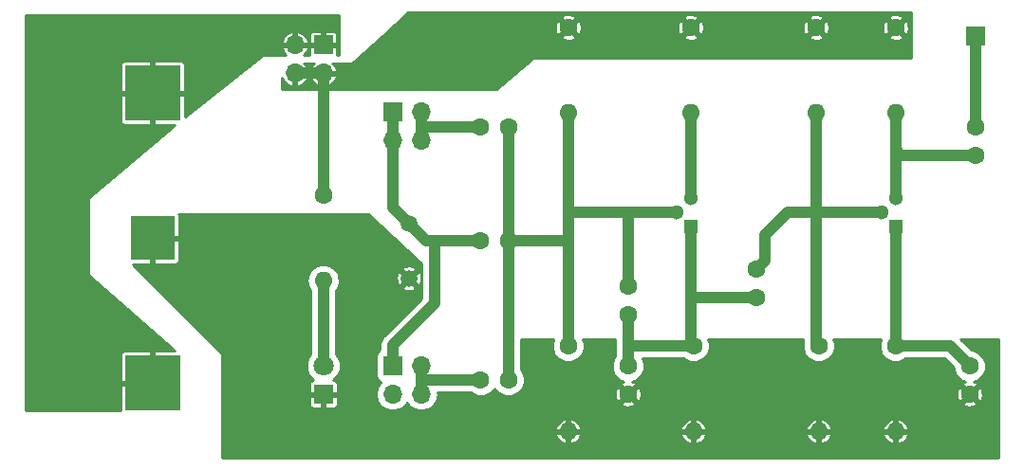
<source format=gbr>
G04 #@! TF.GenerationSoftware,KiCad,Pcbnew,(5.0.0)*
G04 #@! TF.CreationDate,2018-11-05T16:41:37+01:00*
G04 #@! TF.ProjectId,RF_transmitter,52465F7472616E736D69747465722E6B,rev?*
G04 #@! TF.SameCoordinates,Original*
G04 #@! TF.FileFunction,Copper,L1,Top,Signal*
G04 #@! TF.FilePolarity,Positive*
%FSLAX46Y46*%
G04 Gerber Fmt 4.6, Leading zero omitted, Abs format (unit mm)*
G04 Created by KiCad (PCBNEW (5.0.0)) date 11/05/18 16:41:37*
%MOMM*%
%LPD*%
G01*
G04 APERTURE LIST*
G04 #@! TA.AperFunction,SMDPad,CuDef*
%ADD10R,5.000000X5.000000*%
G04 #@! TD*
G04 #@! TA.AperFunction,SMDPad,CuDef*
%ADD11R,4.000000X4.000000*%
G04 #@! TD*
G04 #@! TA.AperFunction,ComponentPad*
%ADD12C,1.600000*%
G04 #@! TD*
G04 #@! TA.AperFunction,ComponentPad*
%ADD13R,1.800000X1.800000*%
G04 #@! TD*
G04 #@! TA.AperFunction,ComponentPad*
%ADD14C,1.800000*%
G04 #@! TD*
G04 #@! TA.AperFunction,ComponentPad*
%ADD15R,1.700000X1.700000*%
G04 #@! TD*
G04 #@! TA.AperFunction,ComponentPad*
%ADD16O,1.700000X1.700000*%
G04 #@! TD*
G04 #@! TA.AperFunction,ComponentPad*
%ADD17R,1.300000X1.300000*%
G04 #@! TD*
G04 #@! TA.AperFunction,ComponentPad*
%ADD18C,1.300000*%
G04 #@! TD*
G04 #@! TA.AperFunction,ComponentPad*
%ADD19O,1.600000X1.600000*%
G04 #@! TD*
G04 #@! TA.AperFunction,ComponentPad*
%ADD20C,1.500000*%
G04 #@! TD*
G04 #@! TA.AperFunction,Conductor*
%ADD21C,1.000000*%
G04 #@! TD*
G04 #@! TA.AperFunction,Conductor*
%ADD22C,0.254000*%
G04 #@! TD*
G04 APERTURE END LIST*
D10*
G04 #@! TO.P,BT1,1*
G04 #@! TO.N,/VDD_3V0*
X52578000Y-92452000D03*
X52578000Y-66552000D03*
D11*
G04 #@! TO.P,BT1,2*
G04 #@! TO.N,GND*
X52578000Y-79502000D03*
G04 #@! TD*
D12*
G04 #@! TO.P,C1,1*
G04 #@! TO.N,Net-(C1-Pad1)*
X84328000Y-69552079D03*
G04 #@! TO.P,C1,2*
G04 #@! TO.N,Net-(C1-Pad2)*
X81828000Y-69552079D03*
G04 #@! TD*
G04 #@! TO.P,C2,2*
G04 #@! TO.N,Net-(C2-Pad2)*
X81828000Y-92197000D03*
G04 #@! TO.P,C2,1*
G04 #@! TO.N,Net-(C1-Pad1)*
X84328000Y-92197000D03*
G04 #@! TD*
G04 #@! TO.P,C3,1*
G04 #@! TO.N,Net-(C1-Pad1)*
X84328000Y-79756000D03*
G04 #@! TO.P,C3,2*
G04 #@! TO.N,Net-(C3-Pad2)*
X81828000Y-79756000D03*
G04 #@! TD*
G04 #@! TO.P,C4,2*
G04 #@! TO.N,Net-(C4-Pad2)*
X94996000Y-86320000D03*
G04 #@! TO.P,C4,1*
G04 #@! TO.N,Net-(C1-Pad1)*
X94996000Y-83820000D03*
G04 #@! TD*
G04 #@! TO.P,C5,1*
G04 #@! TO.N,Net-(C4-Pad2)*
X94996000Y-90947000D03*
G04 #@! TO.P,C5,2*
G04 #@! TO.N,GND*
X94996000Y-93447000D03*
G04 #@! TD*
G04 #@! TO.P,C6,1*
G04 #@! TO.N,Net-(C6-Pad1)*
X106426000Y-82296000D03*
G04 #@! TO.P,C6,2*
G04 #@! TO.N,Net-(C4-Pad2)*
X106426000Y-84796000D03*
G04 #@! TD*
G04 #@! TO.P,C7,2*
G04 #@! TO.N,Net-(C7-Pad2)*
X125984000Y-72096000D03*
G04 #@! TO.P,C7,1*
G04 #@! TO.N,Net-(C7-Pad1)*
X125984000Y-69596000D03*
G04 #@! TD*
G04 #@! TO.P,C8,2*
G04 #@! TO.N,GND*
X125476000Y-93447000D03*
G04 #@! TO.P,C8,1*
G04 #@! TO.N,Net-(C8-Pad1)*
X125476000Y-90947000D03*
G04 #@! TD*
D13*
G04 #@! TO.P,D1,1*
G04 #@! TO.N,GND*
X67818000Y-93472000D03*
D14*
G04 #@! TO.P,D1,2*
G04 #@! TO.N,Net-(D1-Pad2)*
X67818000Y-90932000D03*
G04 #@! TD*
D15*
G04 #@! TO.P,J1,1*
G04 #@! TO.N,/VDD_3V0*
X67818000Y-62230000D03*
D16*
G04 #@! TO.P,J1,2*
G04 #@! TO.N,/VDD_3V0_IN*
X67818000Y-64770000D03*
G04 #@! TO.P,J1,3*
G04 #@! TO.N,/VDD_3V0*
X65278000Y-62230000D03*
G04 #@! TO.P,J1,4*
G04 #@! TO.N,/VDD_3V0_IN*
X65278000Y-64770000D03*
G04 #@! TD*
D15*
G04 #@! TO.P,J2,1*
G04 #@! TO.N,Net-(C7-Pad1)*
X125984000Y-61456000D03*
G04 #@! TD*
D17*
G04 #@! TO.P,Q1,1*
G04 #@! TO.N,Net-(C4-Pad2)*
X100584000Y-78486000D03*
D18*
G04 #@! TO.P,Q1,3*
G04 #@! TO.N,Net-(Q1-Pad3)*
X100584000Y-75946000D03*
G04 #@! TO.P,Q1,2*
G04 #@! TO.N,Net-(C1-Pad1)*
X99314000Y-77216000D03*
G04 #@! TD*
G04 #@! TO.P,Q2,2*
G04 #@! TO.N,Net-(C6-Pad1)*
X117602000Y-77216000D03*
G04 #@! TO.P,Q2,3*
G04 #@! TO.N,Net-(C7-Pad2)*
X118872000Y-75946000D03*
D17*
G04 #@! TO.P,Q2,1*
G04 #@! TO.N,Net-(C8-Pad1)*
X118872000Y-78486000D03*
G04 #@! TD*
D12*
G04 #@! TO.P,R1,1*
G04 #@! TO.N,/VDD_3V0_IN*
X67818000Y-75692000D03*
D19*
G04 #@! TO.P,R1,2*
G04 #@! TO.N,Net-(D1-Pad2)*
X67818000Y-83312000D03*
G04 #@! TD*
G04 #@! TO.P,R2,2*
G04 #@! TO.N,Net-(C1-Pad1)*
X89662000Y-68326000D03*
D12*
G04 #@! TO.P,R2,1*
G04 #@! TO.N,/VDD_3V0_IN*
X89662000Y-60706000D03*
G04 #@! TD*
G04 #@! TO.P,R3,1*
G04 #@! TO.N,Net-(C1-Pad1)*
X89662000Y-89154000D03*
D19*
G04 #@! TO.P,R3,2*
G04 #@! TO.N,GND*
X89662000Y-96774000D03*
G04 #@! TD*
G04 #@! TO.P,R4,2*
G04 #@! TO.N,Net-(Q1-Pad3)*
X100584000Y-68326000D03*
D12*
G04 #@! TO.P,R4,1*
G04 #@! TO.N,/VDD_3V0_IN*
X100584000Y-60706000D03*
G04 #@! TD*
G04 #@! TO.P,R5,1*
G04 #@! TO.N,Net-(C4-Pad2)*
X100838000Y-89154000D03*
D19*
G04 #@! TO.P,R5,2*
G04 #@! TO.N,GND*
X100838000Y-96774000D03*
G04 #@! TD*
G04 #@! TO.P,R6,2*
G04 #@! TO.N,Net-(C6-Pad1)*
X111760000Y-68326000D03*
D12*
G04 #@! TO.P,R6,1*
G04 #@! TO.N,/VDD_3V0_IN*
X111760000Y-60706000D03*
G04 #@! TD*
G04 #@! TO.P,R7,1*
G04 #@! TO.N,Net-(C6-Pad1)*
X112014000Y-89154000D03*
D19*
G04 #@! TO.P,R7,2*
G04 #@! TO.N,GND*
X112014000Y-96774000D03*
G04 #@! TD*
D12*
G04 #@! TO.P,R8,1*
G04 #@! TO.N,/VDD_3V0_IN*
X118872000Y-60706000D03*
D19*
G04 #@! TO.P,R8,2*
G04 #@! TO.N,Net-(C7-Pad2)*
X118872000Y-68326000D03*
G04 #@! TD*
G04 #@! TO.P,R9,2*
G04 #@! TO.N,GND*
X118872000Y-96774000D03*
D12*
G04 #@! TO.P,R9,1*
G04 #@! TO.N,Net-(C8-Pad1)*
X118872000Y-89154000D03*
G04 #@! TD*
D15*
G04 #@! TO.P,SW1,1*
G04 #@! TO.N,Net-(C3-Pad2)*
X73995000Y-68277079D03*
D16*
G04 #@! TO.P,SW1,2*
G04 #@! TO.N,Net-(C1-Pad2)*
X76535000Y-68277079D03*
G04 #@! TO.P,SW1,3*
G04 #@! TO.N,Net-(C3-Pad2)*
X73995000Y-70817079D03*
G04 #@! TO.P,SW1,4*
G04 #@! TO.N,Net-(C1-Pad2)*
X76535000Y-70817079D03*
G04 #@! TD*
G04 #@! TO.P,SW2,4*
G04 #@! TO.N,Net-(C2-Pad2)*
X76535000Y-93462000D03*
G04 #@! TO.P,SW2,3*
G04 #@! TO.N,Net-(C3-Pad2)*
X73995000Y-93462000D03*
G04 #@! TO.P,SW2,2*
G04 #@! TO.N,Net-(C2-Pad2)*
X76535000Y-90922000D03*
D15*
G04 #@! TO.P,SW2,1*
G04 #@! TO.N,Net-(C3-Pad2)*
X73995000Y-90922000D03*
G04 #@! TD*
D20*
G04 #@! TO.P,Y1,1*
G04 #@! TO.N,Net-(C3-Pad2)*
X75438000Y-78232000D03*
G04 #@! TO.P,Y1,2*
G04 #@! TO.N,GND*
X75438000Y-83112000D03*
G04 #@! TD*
D21*
G04 #@! TO.N,Net-(C1-Pad1)*
X84328000Y-79756000D02*
X84328000Y-92197000D01*
X84328000Y-70683449D02*
X84328000Y-79756000D01*
X84328000Y-69552079D02*
X84328000Y-70683449D01*
X84328000Y-79756000D02*
X89662000Y-79756000D01*
X89662000Y-79756000D02*
X89662000Y-89154000D01*
X89662000Y-68326000D02*
X89662000Y-77216000D01*
X89662000Y-77216000D02*
X89662000Y-79756000D01*
X94996000Y-82688630D02*
X94996000Y-77216000D01*
X94996000Y-83820000D02*
X94996000Y-82688630D01*
X99314000Y-77216000D02*
X94996000Y-77216000D01*
X94996000Y-77216000D02*
X89662000Y-77216000D01*
G04 #@! TO.N,Net-(C1-Pad2)*
X76578921Y-69552079D02*
X76535000Y-69596000D01*
X81828000Y-69552079D02*
X76578921Y-69552079D01*
X76535000Y-70817079D02*
X76535000Y-69596000D01*
X76535000Y-69596000D02*
X76535000Y-68277079D01*
G04 #@! TO.N,Net-(C2-Pad2)*
X76784000Y-92197000D02*
X76535000Y-91948000D01*
X81828000Y-92197000D02*
X76784000Y-92197000D01*
X76535000Y-93462000D02*
X76535000Y-91948000D01*
X76535000Y-91948000D02*
X76535000Y-90922000D01*
G04 #@! TO.N,Net-(C3-Pad2)*
X73995000Y-68277079D02*
X73995000Y-70817079D01*
X76962000Y-79756000D02*
X75438000Y-78232000D01*
X73995000Y-76789000D02*
X75438000Y-78232000D01*
X73995000Y-70817079D02*
X73995000Y-76789000D01*
X77724000Y-85343000D02*
X77724000Y-79756000D01*
X73995000Y-89072000D02*
X77724000Y-85343000D01*
X73995000Y-90922000D02*
X73995000Y-89072000D01*
X81828000Y-79756000D02*
X77724000Y-79756000D01*
X77724000Y-79756000D02*
X76962000Y-79756000D01*
G04 #@! TO.N,Net-(C4-Pad2)*
X100584000Y-88900000D02*
X100838000Y-89154000D01*
X100838000Y-89154000D02*
X94996000Y-89154000D01*
X94996000Y-90947000D02*
X94996000Y-89154000D01*
X94996000Y-89154000D02*
X94996000Y-86320000D01*
X100624000Y-84796000D02*
X100584000Y-84836000D01*
X106426000Y-84796000D02*
X100624000Y-84796000D01*
X100584000Y-78486000D02*
X100584000Y-84836000D01*
X100584000Y-84836000D02*
X100584000Y-88900000D01*
G04 #@! TO.N,Net-(C6-Pad1)*
X111760000Y-88900000D02*
X112014000Y-89154000D01*
X117602000Y-77216000D02*
X111760000Y-77216000D01*
X111760000Y-68326000D02*
X111760000Y-77216000D01*
X111760000Y-77216000D02*
X111760000Y-88900000D01*
X107225999Y-81496001D02*
X107225999Y-79210001D01*
X106426000Y-82296000D02*
X107225999Y-81496001D01*
X109220000Y-77216000D02*
X111760000Y-77216000D01*
X107225999Y-79210001D02*
X109220000Y-77216000D01*
G04 #@! TO.N,Net-(C7-Pad2)*
X119340000Y-72096000D02*
X118872000Y-71628000D01*
X125984000Y-72096000D02*
X119340000Y-72096000D01*
X118872000Y-68326000D02*
X118872000Y-71628000D01*
X118872000Y-71628000D02*
X118872000Y-75946000D01*
G04 #@! TO.N,Net-(C7-Pad1)*
X125984000Y-69596000D02*
X125984000Y-61456000D01*
G04 #@! TO.N,Net-(C8-Pad1)*
X118872000Y-78486000D02*
X118872000Y-89154000D01*
X125476000Y-90947000D02*
X123683000Y-89154000D01*
X123683000Y-89154000D02*
X118872000Y-89154000D01*
G04 #@! TO.N,Net-(D1-Pad2)*
X67818000Y-83312000D02*
X67818000Y-90932000D01*
G04 #@! TO.N,/VDD_3V0_IN*
X65278000Y-64770000D02*
X67818000Y-64770000D01*
X67818000Y-64770000D02*
X67818000Y-75692000D01*
G04 #@! TO.N,Net-(Q1-Pad3)*
X100584000Y-75946000D02*
X100584000Y-68326000D01*
G04 #@! TD*
D22*
G04 #@! TO.N,/VDD_3V0*
G36*
X69215000Y-63119000D02*
X69045000Y-63119000D01*
X69045000Y-62451250D01*
X68950750Y-62357000D01*
X67945000Y-62357000D01*
X67945000Y-62377000D01*
X67691000Y-62377000D01*
X67691000Y-62357000D01*
X66685250Y-62357000D01*
X66591000Y-62451250D01*
X66591000Y-63119000D01*
X66089447Y-63119000D01*
X66252222Y-62975953D01*
X66463528Y-62546352D01*
X66404171Y-62357000D01*
X65405000Y-62357000D01*
X65405000Y-62377000D01*
X65151000Y-62377000D01*
X65151000Y-62357000D01*
X64151829Y-62357000D01*
X64092472Y-62546352D01*
X64303778Y-62975953D01*
X64466553Y-63119000D01*
X62484000Y-63119000D01*
X62435399Y-63128667D01*
X62405083Y-63146496D01*
X55455000Y-68658631D01*
X55455000Y-66773250D01*
X55360750Y-66679000D01*
X52705000Y-66679000D01*
X52705000Y-69334750D01*
X52799250Y-69429000D01*
X54516913Y-69429000D01*
X46908101Y-75848935D01*
X46877190Y-75887665D01*
X46863000Y-75946000D01*
X46863000Y-82804000D01*
X46872667Y-82852601D01*
X46906370Y-82899577D01*
X54535425Y-89575000D01*
X52799250Y-89575000D01*
X52705000Y-89669250D01*
X52705000Y-92325000D01*
X52725000Y-92325000D01*
X52725000Y-92579000D01*
X52705000Y-92579000D01*
X52705000Y-92599000D01*
X52451000Y-92599000D01*
X52451000Y-92579000D01*
X49795250Y-92579000D01*
X49701000Y-92673250D01*
X49701000Y-94869000D01*
X41275000Y-94869000D01*
X41275000Y-89877010D01*
X49701000Y-89877010D01*
X49701000Y-92230750D01*
X49795250Y-92325000D01*
X52451000Y-92325000D01*
X52451000Y-89669250D01*
X52356750Y-89575000D01*
X50003010Y-89575000D01*
X49864447Y-89632395D01*
X49758395Y-89738447D01*
X49701000Y-89877010D01*
X41275000Y-89877010D01*
X41275000Y-66773250D01*
X49701000Y-66773250D01*
X49701000Y-69126990D01*
X49758395Y-69265553D01*
X49864447Y-69371605D01*
X50003010Y-69429000D01*
X52356750Y-69429000D01*
X52451000Y-69334750D01*
X52451000Y-66679000D01*
X49795250Y-66679000D01*
X49701000Y-66773250D01*
X41275000Y-66773250D01*
X41275000Y-63977010D01*
X49701000Y-63977010D01*
X49701000Y-66330750D01*
X49795250Y-66425000D01*
X52451000Y-66425000D01*
X52451000Y-63769250D01*
X52705000Y-63769250D01*
X52705000Y-66425000D01*
X55360750Y-66425000D01*
X55455000Y-66330750D01*
X55455000Y-63977010D01*
X55397605Y-63838447D01*
X55291553Y-63732395D01*
X55152990Y-63675000D01*
X52799250Y-63675000D01*
X52705000Y-63769250D01*
X52451000Y-63769250D01*
X52356750Y-63675000D01*
X50003010Y-63675000D01*
X49864447Y-63732395D01*
X49758395Y-63838447D01*
X49701000Y-63977010D01*
X41275000Y-63977010D01*
X41275000Y-61913648D01*
X64092472Y-61913648D01*
X64151829Y-62103000D01*
X65151000Y-62103000D01*
X65151000Y-61104392D01*
X65405000Y-61104392D01*
X65405000Y-62103000D01*
X66404171Y-62103000D01*
X66463528Y-61913648D01*
X66252222Y-61484047D01*
X66048494Y-61305010D01*
X66591000Y-61305010D01*
X66591000Y-62008750D01*
X66685250Y-62103000D01*
X67691000Y-62103000D01*
X67691000Y-61097250D01*
X67945000Y-61097250D01*
X67945000Y-62103000D01*
X68950750Y-62103000D01*
X69045000Y-62008750D01*
X69045000Y-61305010D01*
X68987605Y-61166447D01*
X68881553Y-61060395D01*
X68742990Y-61003000D01*
X68039250Y-61003000D01*
X67945000Y-61097250D01*
X67691000Y-61097250D01*
X67596750Y-61003000D01*
X66893010Y-61003000D01*
X66754447Y-61060395D01*
X66648395Y-61166447D01*
X66591000Y-61305010D01*
X66048494Y-61305010D01*
X65892600Y-61168011D01*
X65594351Y-61044482D01*
X65405000Y-61104392D01*
X65151000Y-61104392D01*
X64961649Y-61044482D01*
X64663400Y-61168011D01*
X64303778Y-61484047D01*
X64092472Y-61913648D01*
X41275000Y-61913648D01*
X41275000Y-59563000D01*
X69215000Y-59563000D01*
X69215000Y-63119000D01*
X69215000Y-63119000D01*
G37*
X69215000Y-63119000D02*
X69045000Y-63119000D01*
X69045000Y-62451250D01*
X68950750Y-62357000D01*
X67945000Y-62357000D01*
X67945000Y-62377000D01*
X67691000Y-62377000D01*
X67691000Y-62357000D01*
X66685250Y-62357000D01*
X66591000Y-62451250D01*
X66591000Y-63119000D01*
X66089447Y-63119000D01*
X66252222Y-62975953D01*
X66463528Y-62546352D01*
X66404171Y-62357000D01*
X65405000Y-62357000D01*
X65405000Y-62377000D01*
X65151000Y-62377000D01*
X65151000Y-62357000D01*
X64151829Y-62357000D01*
X64092472Y-62546352D01*
X64303778Y-62975953D01*
X64466553Y-63119000D01*
X62484000Y-63119000D01*
X62435399Y-63128667D01*
X62405083Y-63146496D01*
X55455000Y-68658631D01*
X55455000Y-66773250D01*
X55360750Y-66679000D01*
X52705000Y-66679000D01*
X52705000Y-69334750D01*
X52799250Y-69429000D01*
X54516913Y-69429000D01*
X46908101Y-75848935D01*
X46877190Y-75887665D01*
X46863000Y-75946000D01*
X46863000Y-82804000D01*
X46872667Y-82852601D01*
X46906370Y-82899577D01*
X54535425Y-89575000D01*
X52799250Y-89575000D01*
X52705000Y-89669250D01*
X52705000Y-92325000D01*
X52725000Y-92325000D01*
X52725000Y-92579000D01*
X52705000Y-92579000D01*
X52705000Y-92599000D01*
X52451000Y-92599000D01*
X52451000Y-92579000D01*
X49795250Y-92579000D01*
X49701000Y-92673250D01*
X49701000Y-94869000D01*
X41275000Y-94869000D01*
X41275000Y-89877010D01*
X49701000Y-89877010D01*
X49701000Y-92230750D01*
X49795250Y-92325000D01*
X52451000Y-92325000D01*
X52451000Y-89669250D01*
X52356750Y-89575000D01*
X50003010Y-89575000D01*
X49864447Y-89632395D01*
X49758395Y-89738447D01*
X49701000Y-89877010D01*
X41275000Y-89877010D01*
X41275000Y-66773250D01*
X49701000Y-66773250D01*
X49701000Y-69126990D01*
X49758395Y-69265553D01*
X49864447Y-69371605D01*
X50003010Y-69429000D01*
X52356750Y-69429000D01*
X52451000Y-69334750D01*
X52451000Y-66679000D01*
X49795250Y-66679000D01*
X49701000Y-66773250D01*
X41275000Y-66773250D01*
X41275000Y-63977010D01*
X49701000Y-63977010D01*
X49701000Y-66330750D01*
X49795250Y-66425000D01*
X52451000Y-66425000D01*
X52451000Y-63769250D01*
X52705000Y-63769250D01*
X52705000Y-66425000D01*
X55360750Y-66425000D01*
X55455000Y-66330750D01*
X55455000Y-63977010D01*
X55397605Y-63838447D01*
X55291553Y-63732395D01*
X55152990Y-63675000D01*
X52799250Y-63675000D01*
X52705000Y-63769250D01*
X52451000Y-63769250D01*
X52356750Y-63675000D01*
X50003010Y-63675000D01*
X49864447Y-63732395D01*
X49758395Y-63838447D01*
X49701000Y-63977010D01*
X41275000Y-63977010D01*
X41275000Y-61913648D01*
X64092472Y-61913648D01*
X64151829Y-62103000D01*
X65151000Y-62103000D01*
X65151000Y-61104392D01*
X65405000Y-61104392D01*
X65405000Y-62103000D01*
X66404171Y-62103000D01*
X66463528Y-61913648D01*
X66252222Y-61484047D01*
X66048494Y-61305010D01*
X66591000Y-61305010D01*
X66591000Y-62008750D01*
X66685250Y-62103000D01*
X67691000Y-62103000D01*
X67691000Y-61097250D01*
X67945000Y-61097250D01*
X67945000Y-62103000D01*
X68950750Y-62103000D01*
X69045000Y-62008750D01*
X69045000Y-61305010D01*
X68987605Y-61166447D01*
X68881553Y-61060395D01*
X68742990Y-61003000D01*
X68039250Y-61003000D01*
X67945000Y-61097250D01*
X67691000Y-61097250D01*
X67596750Y-61003000D01*
X66893010Y-61003000D01*
X66754447Y-61060395D01*
X66648395Y-61166447D01*
X66591000Y-61305010D01*
X66048494Y-61305010D01*
X65892600Y-61168011D01*
X65594351Y-61044482D01*
X65405000Y-61104392D01*
X65151000Y-61104392D01*
X64961649Y-61044482D01*
X64663400Y-61168011D01*
X64303778Y-61484047D01*
X64092472Y-61913648D01*
X41275000Y-61913648D01*
X41275000Y-59563000D01*
X69215000Y-59563000D01*
X69215000Y-63119000D01*
G04 #@! TO.N,/VDD_3V0_IN*
G36*
X120269000Y-63373000D02*
X86614000Y-63373000D01*
X86565399Y-63382667D01*
X86531965Y-63403050D01*
X83265479Y-66167000D01*
X64135000Y-66167000D01*
X64135000Y-65172815D01*
X64303778Y-65515953D01*
X64663400Y-65831989D01*
X64961649Y-65955518D01*
X65151000Y-65895608D01*
X65151000Y-64897000D01*
X65405000Y-64897000D01*
X65405000Y-65895608D01*
X65594351Y-65955518D01*
X65892600Y-65831989D01*
X66252222Y-65515953D01*
X66463528Y-65086352D01*
X66632472Y-65086352D01*
X66843778Y-65515953D01*
X67203400Y-65831989D01*
X67501649Y-65955518D01*
X67691000Y-65895608D01*
X67691000Y-64897000D01*
X67945000Y-64897000D01*
X67945000Y-65895608D01*
X68134351Y-65955518D01*
X68432600Y-65831989D01*
X68792222Y-65515953D01*
X69003528Y-65086352D01*
X68944171Y-64897000D01*
X67945000Y-64897000D01*
X67691000Y-64897000D01*
X66691829Y-64897000D01*
X66632472Y-65086352D01*
X66463528Y-65086352D01*
X66404171Y-64897000D01*
X65405000Y-64897000D01*
X65151000Y-64897000D01*
X65131000Y-64897000D01*
X65131000Y-64643000D01*
X65151000Y-64643000D01*
X65151000Y-64623000D01*
X65405000Y-64623000D01*
X65405000Y-64643000D01*
X66404171Y-64643000D01*
X66463528Y-64453648D01*
X66252222Y-64024047D01*
X66089447Y-63881000D01*
X67006553Y-63881000D01*
X66843778Y-64024047D01*
X66632472Y-64453648D01*
X66691829Y-64643000D01*
X67691000Y-64643000D01*
X67691000Y-64623000D01*
X67945000Y-64623000D01*
X67945000Y-64643000D01*
X68944171Y-64643000D01*
X69003528Y-64453648D01*
X68792222Y-64024047D01*
X68629447Y-63881000D01*
X70358000Y-63881000D01*
X70406601Y-63871333D01*
X70442959Y-63848398D01*
X72971674Y-61572554D01*
X88975051Y-61572554D01*
X89063329Y-61746065D01*
X89506916Y-61895996D01*
X89974113Y-61864761D01*
X90260671Y-61746065D01*
X90348949Y-61572554D01*
X99897051Y-61572554D01*
X99985329Y-61746065D01*
X100428916Y-61895996D01*
X100896113Y-61864761D01*
X101182671Y-61746065D01*
X101270949Y-61572554D01*
X111073051Y-61572554D01*
X111161329Y-61746065D01*
X111604916Y-61895996D01*
X112072113Y-61864761D01*
X112358671Y-61746065D01*
X112446949Y-61572554D01*
X118185051Y-61572554D01*
X118273329Y-61746065D01*
X118716916Y-61895996D01*
X119184113Y-61864761D01*
X119470671Y-61746065D01*
X119558949Y-61572554D01*
X118872000Y-60885605D01*
X118185051Y-61572554D01*
X112446949Y-61572554D01*
X111760000Y-60885605D01*
X111073051Y-61572554D01*
X101270949Y-61572554D01*
X100584000Y-60885605D01*
X99897051Y-61572554D01*
X90348949Y-61572554D01*
X89662000Y-60885605D01*
X88975051Y-61572554D01*
X72971674Y-61572554D01*
X74106828Y-60550916D01*
X88472004Y-60550916D01*
X88503239Y-61018113D01*
X88621935Y-61304671D01*
X88795446Y-61392949D01*
X89482395Y-60706000D01*
X89841605Y-60706000D01*
X90528554Y-61392949D01*
X90702065Y-61304671D01*
X90851996Y-60861084D01*
X90831260Y-60550916D01*
X99394004Y-60550916D01*
X99425239Y-61018113D01*
X99543935Y-61304671D01*
X99717446Y-61392949D01*
X100404395Y-60706000D01*
X100763605Y-60706000D01*
X101450554Y-61392949D01*
X101624065Y-61304671D01*
X101773996Y-60861084D01*
X101753260Y-60550916D01*
X110570004Y-60550916D01*
X110601239Y-61018113D01*
X110719935Y-61304671D01*
X110893446Y-61392949D01*
X111580395Y-60706000D01*
X111939605Y-60706000D01*
X112626554Y-61392949D01*
X112800065Y-61304671D01*
X112949996Y-60861084D01*
X112929260Y-60550916D01*
X117682004Y-60550916D01*
X117713239Y-61018113D01*
X117831935Y-61304671D01*
X118005446Y-61392949D01*
X118692395Y-60706000D01*
X119051605Y-60706000D01*
X119738554Y-61392949D01*
X119912065Y-61304671D01*
X120061996Y-60861084D01*
X120030761Y-60393887D01*
X119912065Y-60107329D01*
X119738554Y-60019051D01*
X119051605Y-60706000D01*
X118692395Y-60706000D01*
X118005446Y-60019051D01*
X117831935Y-60107329D01*
X117682004Y-60550916D01*
X112929260Y-60550916D01*
X112918761Y-60393887D01*
X112800065Y-60107329D01*
X112626554Y-60019051D01*
X111939605Y-60706000D01*
X111580395Y-60706000D01*
X110893446Y-60019051D01*
X110719935Y-60107329D01*
X110570004Y-60550916D01*
X101753260Y-60550916D01*
X101742761Y-60393887D01*
X101624065Y-60107329D01*
X101450554Y-60019051D01*
X100763605Y-60706000D01*
X100404395Y-60706000D01*
X99717446Y-60019051D01*
X99543935Y-60107329D01*
X99394004Y-60550916D01*
X90831260Y-60550916D01*
X90820761Y-60393887D01*
X90702065Y-60107329D01*
X90528554Y-60019051D01*
X89841605Y-60706000D01*
X89482395Y-60706000D01*
X88795446Y-60019051D01*
X88621935Y-60107329D01*
X88472004Y-60550916D01*
X74106828Y-60550916D01*
X74897350Y-59839446D01*
X88975051Y-59839446D01*
X89662000Y-60526395D01*
X90348949Y-59839446D01*
X99897051Y-59839446D01*
X100584000Y-60526395D01*
X101270949Y-59839446D01*
X111073051Y-59839446D01*
X111760000Y-60526395D01*
X112446949Y-59839446D01*
X118185051Y-59839446D01*
X118872000Y-60526395D01*
X119558949Y-59839446D01*
X119470671Y-59665935D01*
X119027084Y-59516004D01*
X118559887Y-59547239D01*
X118273329Y-59665935D01*
X118185051Y-59839446D01*
X112446949Y-59839446D01*
X112358671Y-59665935D01*
X111915084Y-59516004D01*
X111447887Y-59547239D01*
X111161329Y-59665935D01*
X111073051Y-59839446D01*
X101270949Y-59839446D01*
X101182671Y-59665935D01*
X100739084Y-59516004D01*
X100271887Y-59547239D01*
X99985329Y-59665935D01*
X99897051Y-59839446D01*
X90348949Y-59839446D01*
X90260671Y-59665935D01*
X89817084Y-59516004D01*
X89349887Y-59547239D01*
X89063329Y-59665935D01*
X88975051Y-59839446D01*
X74897350Y-59839446D01*
X75403402Y-59384000D01*
X120269000Y-59384000D01*
X120269000Y-63373000D01*
X120269000Y-63373000D01*
G37*
X120269000Y-63373000D02*
X86614000Y-63373000D01*
X86565399Y-63382667D01*
X86531965Y-63403050D01*
X83265479Y-66167000D01*
X64135000Y-66167000D01*
X64135000Y-65172815D01*
X64303778Y-65515953D01*
X64663400Y-65831989D01*
X64961649Y-65955518D01*
X65151000Y-65895608D01*
X65151000Y-64897000D01*
X65405000Y-64897000D01*
X65405000Y-65895608D01*
X65594351Y-65955518D01*
X65892600Y-65831989D01*
X66252222Y-65515953D01*
X66463528Y-65086352D01*
X66632472Y-65086352D01*
X66843778Y-65515953D01*
X67203400Y-65831989D01*
X67501649Y-65955518D01*
X67691000Y-65895608D01*
X67691000Y-64897000D01*
X67945000Y-64897000D01*
X67945000Y-65895608D01*
X68134351Y-65955518D01*
X68432600Y-65831989D01*
X68792222Y-65515953D01*
X69003528Y-65086352D01*
X68944171Y-64897000D01*
X67945000Y-64897000D01*
X67691000Y-64897000D01*
X66691829Y-64897000D01*
X66632472Y-65086352D01*
X66463528Y-65086352D01*
X66404171Y-64897000D01*
X65405000Y-64897000D01*
X65151000Y-64897000D01*
X65131000Y-64897000D01*
X65131000Y-64643000D01*
X65151000Y-64643000D01*
X65151000Y-64623000D01*
X65405000Y-64623000D01*
X65405000Y-64643000D01*
X66404171Y-64643000D01*
X66463528Y-64453648D01*
X66252222Y-64024047D01*
X66089447Y-63881000D01*
X67006553Y-63881000D01*
X66843778Y-64024047D01*
X66632472Y-64453648D01*
X66691829Y-64643000D01*
X67691000Y-64643000D01*
X67691000Y-64623000D01*
X67945000Y-64623000D01*
X67945000Y-64643000D01*
X68944171Y-64643000D01*
X69003528Y-64453648D01*
X68792222Y-64024047D01*
X68629447Y-63881000D01*
X70358000Y-63881000D01*
X70406601Y-63871333D01*
X70442959Y-63848398D01*
X72971674Y-61572554D01*
X88975051Y-61572554D01*
X89063329Y-61746065D01*
X89506916Y-61895996D01*
X89974113Y-61864761D01*
X90260671Y-61746065D01*
X90348949Y-61572554D01*
X99897051Y-61572554D01*
X99985329Y-61746065D01*
X100428916Y-61895996D01*
X100896113Y-61864761D01*
X101182671Y-61746065D01*
X101270949Y-61572554D01*
X111073051Y-61572554D01*
X111161329Y-61746065D01*
X111604916Y-61895996D01*
X112072113Y-61864761D01*
X112358671Y-61746065D01*
X112446949Y-61572554D01*
X118185051Y-61572554D01*
X118273329Y-61746065D01*
X118716916Y-61895996D01*
X119184113Y-61864761D01*
X119470671Y-61746065D01*
X119558949Y-61572554D01*
X118872000Y-60885605D01*
X118185051Y-61572554D01*
X112446949Y-61572554D01*
X111760000Y-60885605D01*
X111073051Y-61572554D01*
X101270949Y-61572554D01*
X100584000Y-60885605D01*
X99897051Y-61572554D01*
X90348949Y-61572554D01*
X89662000Y-60885605D01*
X88975051Y-61572554D01*
X72971674Y-61572554D01*
X74106828Y-60550916D01*
X88472004Y-60550916D01*
X88503239Y-61018113D01*
X88621935Y-61304671D01*
X88795446Y-61392949D01*
X89482395Y-60706000D01*
X89841605Y-60706000D01*
X90528554Y-61392949D01*
X90702065Y-61304671D01*
X90851996Y-60861084D01*
X90831260Y-60550916D01*
X99394004Y-60550916D01*
X99425239Y-61018113D01*
X99543935Y-61304671D01*
X99717446Y-61392949D01*
X100404395Y-60706000D01*
X100763605Y-60706000D01*
X101450554Y-61392949D01*
X101624065Y-61304671D01*
X101773996Y-60861084D01*
X101753260Y-60550916D01*
X110570004Y-60550916D01*
X110601239Y-61018113D01*
X110719935Y-61304671D01*
X110893446Y-61392949D01*
X111580395Y-60706000D01*
X111939605Y-60706000D01*
X112626554Y-61392949D01*
X112800065Y-61304671D01*
X112949996Y-60861084D01*
X112929260Y-60550916D01*
X117682004Y-60550916D01*
X117713239Y-61018113D01*
X117831935Y-61304671D01*
X118005446Y-61392949D01*
X118692395Y-60706000D01*
X119051605Y-60706000D01*
X119738554Y-61392949D01*
X119912065Y-61304671D01*
X120061996Y-60861084D01*
X120030761Y-60393887D01*
X119912065Y-60107329D01*
X119738554Y-60019051D01*
X119051605Y-60706000D01*
X118692395Y-60706000D01*
X118005446Y-60019051D01*
X117831935Y-60107329D01*
X117682004Y-60550916D01*
X112929260Y-60550916D01*
X112918761Y-60393887D01*
X112800065Y-60107329D01*
X112626554Y-60019051D01*
X111939605Y-60706000D01*
X111580395Y-60706000D01*
X110893446Y-60019051D01*
X110719935Y-60107329D01*
X110570004Y-60550916D01*
X101753260Y-60550916D01*
X101742761Y-60393887D01*
X101624065Y-60107329D01*
X101450554Y-60019051D01*
X100763605Y-60706000D01*
X100404395Y-60706000D01*
X99717446Y-60019051D01*
X99543935Y-60107329D01*
X99394004Y-60550916D01*
X90831260Y-60550916D01*
X90820761Y-60393887D01*
X90702065Y-60107329D01*
X90528554Y-60019051D01*
X89841605Y-60706000D01*
X89482395Y-60706000D01*
X88795446Y-60019051D01*
X88621935Y-60107329D01*
X88472004Y-60550916D01*
X74106828Y-60550916D01*
X74897350Y-59839446D01*
X88975051Y-59839446D01*
X89662000Y-60526395D01*
X90348949Y-59839446D01*
X99897051Y-59839446D01*
X100584000Y-60526395D01*
X101270949Y-59839446D01*
X111073051Y-59839446D01*
X111760000Y-60526395D01*
X112446949Y-59839446D01*
X118185051Y-59839446D01*
X118872000Y-60526395D01*
X119558949Y-59839446D01*
X119470671Y-59665935D01*
X119027084Y-59516004D01*
X118559887Y-59547239D01*
X118273329Y-59665935D01*
X118185051Y-59839446D01*
X112446949Y-59839446D01*
X112358671Y-59665935D01*
X111915084Y-59516004D01*
X111447887Y-59547239D01*
X111161329Y-59665935D01*
X111073051Y-59839446D01*
X101270949Y-59839446D01*
X101182671Y-59665935D01*
X100739084Y-59516004D01*
X100271887Y-59547239D01*
X99985329Y-59665935D01*
X99897051Y-59839446D01*
X90348949Y-59839446D01*
X90260671Y-59665935D01*
X89817084Y-59516004D01*
X89349887Y-59547239D01*
X89063329Y-59665935D01*
X88975051Y-59839446D01*
X74897350Y-59839446D01*
X75403402Y-59384000D01*
X120269000Y-59384000D01*
X120269000Y-63373000D01*
G04 #@! TO.N,GND*
G36*
X76589001Y-81796522D02*
X76589000Y-84872868D01*
X73271480Y-88190389D01*
X73176712Y-88253711D01*
X73058601Y-88430477D01*
X72925854Y-88629146D01*
X72837765Y-89072000D01*
X72860001Y-89183788D01*
X72860001Y-89498722D01*
X72687191Y-89614191D01*
X72546843Y-89824235D01*
X72497560Y-90072000D01*
X72497560Y-91772000D01*
X72546843Y-92019765D01*
X72687191Y-92229809D01*
X72897235Y-92370157D01*
X72942619Y-92379184D01*
X72924375Y-92391375D01*
X72596161Y-92882582D01*
X72480908Y-93462000D01*
X72596161Y-94041418D01*
X72924375Y-94532625D01*
X73415582Y-94860839D01*
X73848744Y-94947000D01*
X74141256Y-94947000D01*
X74574418Y-94860839D01*
X75065625Y-94532625D01*
X75265000Y-94234239D01*
X75464375Y-94532625D01*
X75955582Y-94860839D01*
X76388744Y-94947000D01*
X76681256Y-94947000D01*
X77114418Y-94860839D01*
X77605625Y-94532625D01*
X77752003Y-94313554D01*
X94309051Y-94313554D01*
X94397329Y-94487065D01*
X94840916Y-94636996D01*
X95308113Y-94605761D01*
X95594671Y-94487065D01*
X95682949Y-94313554D01*
X124789051Y-94313554D01*
X124877329Y-94487065D01*
X125320916Y-94636996D01*
X125788113Y-94605761D01*
X126074671Y-94487065D01*
X126162949Y-94313554D01*
X125476000Y-93626605D01*
X124789051Y-94313554D01*
X95682949Y-94313554D01*
X94996000Y-93626605D01*
X94309051Y-94313554D01*
X77752003Y-94313554D01*
X77933839Y-94041418D01*
X78049092Y-93462000D01*
X78023233Y-93332000D01*
X80933604Y-93332000D01*
X81015138Y-93413534D01*
X81542561Y-93632000D01*
X82113439Y-93632000D01*
X82640862Y-93413534D01*
X83044534Y-93009862D01*
X83078000Y-92929068D01*
X83111466Y-93009862D01*
X83515138Y-93413534D01*
X84042561Y-93632000D01*
X84613439Y-93632000D01*
X85140862Y-93413534D01*
X85262480Y-93291916D01*
X93806004Y-93291916D01*
X93837239Y-93759113D01*
X93955935Y-94045671D01*
X94129446Y-94133949D01*
X94816395Y-93447000D01*
X95175605Y-93447000D01*
X95862554Y-94133949D01*
X96036065Y-94045671D01*
X96185996Y-93602084D01*
X96165260Y-93291916D01*
X124286004Y-93291916D01*
X124317239Y-93759113D01*
X124435935Y-94045671D01*
X124609446Y-94133949D01*
X125296395Y-93447000D01*
X125655605Y-93447000D01*
X126342554Y-94133949D01*
X126516065Y-94045671D01*
X126665996Y-93602084D01*
X126634761Y-93134887D01*
X126516065Y-92848329D01*
X126342554Y-92760051D01*
X125655605Y-93447000D01*
X125296395Y-93447000D01*
X124609446Y-92760051D01*
X124435935Y-92848329D01*
X124286004Y-93291916D01*
X96165260Y-93291916D01*
X96154761Y-93134887D01*
X96036065Y-92848329D01*
X95862554Y-92760051D01*
X95175605Y-93447000D01*
X94816395Y-93447000D01*
X94129446Y-92760051D01*
X93955935Y-92848329D01*
X93806004Y-93291916D01*
X85262480Y-93291916D01*
X85544534Y-93009862D01*
X85763000Y-92482439D01*
X85763000Y-91911561D01*
X85544534Y-91384138D01*
X85463000Y-91302604D01*
X85463000Y-88519000D01*
X88371793Y-88519000D01*
X88227000Y-88868561D01*
X88227000Y-89439439D01*
X88445466Y-89966862D01*
X88849138Y-90370534D01*
X89376561Y-90589000D01*
X89947439Y-90589000D01*
X90474862Y-90370534D01*
X90878534Y-89966862D01*
X91097000Y-89439439D01*
X91097000Y-88868561D01*
X90952207Y-88519000D01*
X93861000Y-88519000D01*
X93861000Y-89042216D01*
X93838765Y-89154000D01*
X93861001Y-89265788D01*
X93861000Y-90052604D01*
X93779466Y-90134138D01*
X93561000Y-90661561D01*
X93561000Y-91232439D01*
X93779466Y-91759862D01*
X94183138Y-92163534D01*
X94584044Y-92329595D01*
X94397329Y-92406935D01*
X94309051Y-92580446D01*
X94996000Y-93267395D01*
X95682949Y-92580446D01*
X95594671Y-92406935D01*
X95389037Y-92337431D01*
X95808862Y-92163534D01*
X96212534Y-91759862D01*
X96431000Y-91232439D01*
X96431000Y-90661561D01*
X96276680Y-90289000D01*
X99943604Y-90289000D01*
X100025138Y-90370534D01*
X100552561Y-90589000D01*
X101123439Y-90589000D01*
X101650862Y-90370534D01*
X102054534Y-89966862D01*
X102273000Y-89439439D01*
X102273000Y-88868561D01*
X102128207Y-88519000D01*
X110625001Y-88519000D01*
X110625001Y-88757505D01*
X110579000Y-88868561D01*
X110579000Y-89439439D01*
X110797466Y-89966862D01*
X111201138Y-90370534D01*
X111728561Y-90589000D01*
X112299439Y-90589000D01*
X112826862Y-90370534D01*
X113230534Y-89966862D01*
X113449000Y-89439439D01*
X113449000Y-88868561D01*
X113304207Y-88519000D01*
X117581793Y-88519000D01*
X117437000Y-88868561D01*
X117437000Y-89439439D01*
X117655466Y-89966862D01*
X118059138Y-90370534D01*
X118586561Y-90589000D01*
X119157439Y-90589000D01*
X119684862Y-90370534D01*
X119766396Y-90289000D01*
X123212869Y-90289000D01*
X124041000Y-91117132D01*
X124041000Y-91232439D01*
X124259466Y-91759862D01*
X124663138Y-92163534D01*
X125064044Y-92329595D01*
X124877329Y-92406935D01*
X124789051Y-92580446D01*
X125476000Y-93267395D01*
X126162949Y-92580446D01*
X126074671Y-92406935D01*
X125869037Y-92337431D01*
X126288862Y-92163534D01*
X126692534Y-91759862D01*
X126911000Y-91232439D01*
X126911000Y-90661561D01*
X126692534Y-90134138D01*
X126288862Y-89730466D01*
X125761439Y-89512000D01*
X125646132Y-89512000D01*
X124653131Y-88519000D01*
X128068000Y-88519000D01*
X128068000Y-99112000D01*
X58801000Y-99112000D01*
X58801000Y-97082487D01*
X88526134Y-97082487D01*
X88730650Y-97493682D01*
X89076955Y-97795312D01*
X89353515Y-97909855D01*
X89535000Y-97849276D01*
X89535000Y-96901000D01*
X89789000Y-96901000D01*
X89789000Y-97849276D01*
X89970485Y-97909855D01*
X90247045Y-97795312D01*
X90593350Y-97493682D01*
X90797866Y-97082487D01*
X99702134Y-97082487D01*
X99906650Y-97493682D01*
X100252955Y-97795312D01*
X100529515Y-97909855D01*
X100711000Y-97849276D01*
X100711000Y-96901000D01*
X100965000Y-96901000D01*
X100965000Y-97849276D01*
X101146485Y-97909855D01*
X101423045Y-97795312D01*
X101769350Y-97493682D01*
X101973866Y-97082487D01*
X110878134Y-97082487D01*
X111082650Y-97493682D01*
X111428955Y-97795312D01*
X111705515Y-97909855D01*
X111887000Y-97849276D01*
X111887000Y-96901000D01*
X112141000Y-96901000D01*
X112141000Y-97849276D01*
X112322485Y-97909855D01*
X112599045Y-97795312D01*
X112945350Y-97493682D01*
X113149866Y-97082487D01*
X117736134Y-97082487D01*
X117940650Y-97493682D01*
X118286955Y-97795312D01*
X118563515Y-97909855D01*
X118745000Y-97849276D01*
X118745000Y-96901000D01*
X118999000Y-96901000D01*
X118999000Y-97849276D01*
X119180485Y-97909855D01*
X119457045Y-97795312D01*
X119803350Y-97493682D01*
X120007866Y-97082487D01*
X119947890Y-96901000D01*
X118999000Y-96901000D01*
X118745000Y-96901000D01*
X117796110Y-96901000D01*
X117736134Y-97082487D01*
X113149866Y-97082487D01*
X113089890Y-96901000D01*
X112141000Y-96901000D01*
X111887000Y-96901000D01*
X110938110Y-96901000D01*
X110878134Y-97082487D01*
X101973866Y-97082487D01*
X101913890Y-96901000D01*
X100965000Y-96901000D01*
X100711000Y-96901000D01*
X99762110Y-96901000D01*
X99702134Y-97082487D01*
X90797866Y-97082487D01*
X90737890Y-96901000D01*
X89789000Y-96901000D01*
X89535000Y-96901000D01*
X88586110Y-96901000D01*
X88526134Y-97082487D01*
X58801000Y-97082487D01*
X58801000Y-96465513D01*
X88526134Y-96465513D01*
X88586110Y-96647000D01*
X89535000Y-96647000D01*
X89535000Y-95698724D01*
X89789000Y-95698724D01*
X89789000Y-96647000D01*
X90737890Y-96647000D01*
X90797866Y-96465513D01*
X99702134Y-96465513D01*
X99762110Y-96647000D01*
X100711000Y-96647000D01*
X100711000Y-95698724D01*
X100965000Y-95698724D01*
X100965000Y-96647000D01*
X101913890Y-96647000D01*
X101973866Y-96465513D01*
X110878134Y-96465513D01*
X110938110Y-96647000D01*
X111887000Y-96647000D01*
X111887000Y-95698724D01*
X112141000Y-95698724D01*
X112141000Y-96647000D01*
X113089890Y-96647000D01*
X113149866Y-96465513D01*
X117736134Y-96465513D01*
X117796110Y-96647000D01*
X118745000Y-96647000D01*
X118745000Y-95698724D01*
X118999000Y-95698724D01*
X118999000Y-96647000D01*
X119947890Y-96647000D01*
X120007866Y-96465513D01*
X119803350Y-96054318D01*
X119457045Y-95752688D01*
X119180485Y-95638145D01*
X118999000Y-95698724D01*
X118745000Y-95698724D01*
X118563515Y-95638145D01*
X118286955Y-95752688D01*
X117940650Y-96054318D01*
X117736134Y-96465513D01*
X113149866Y-96465513D01*
X112945350Y-96054318D01*
X112599045Y-95752688D01*
X112322485Y-95638145D01*
X112141000Y-95698724D01*
X111887000Y-95698724D01*
X111705515Y-95638145D01*
X111428955Y-95752688D01*
X111082650Y-96054318D01*
X110878134Y-96465513D01*
X101973866Y-96465513D01*
X101769350Y-96054318D01*
X101423045Y-95752688D01*
X101146485Y-95638145D01*
X100965000Y-95698724D01*
X100711000Y-95698724D01*
X100529515Y-95638145D01*
X100252955Y-95752688D01*
X99906650Y-96054318D01*
X99702134Y-96465513D01*
X90797866Y-96465513D01*
X90593350Y-96054318D01*
X90247045Y-95752688D01*
X89970485Y-95638145D01*
X89789000Y-95698724D01*
X89535000Y-95698724D01*
X89353515Y-95638145D01*
X89076955Y-95752688D01*
X88730650Y-96054318D01*
X88526134Y-96465513D01*
X58801000Y-96465513D01*
X58801000Y-93693250D01*
X66541000Y-93693250D01*
X66541000Y-94446990D01*
X66598395Y-94585553D01*
X66704447Y-94691605D01*
X66843010Y-94749000D01*
X67596750Y-94749000D01*
X67691000Y-94654750D01*
X67691000Y-93599000D01*
X67945000Y-93599000D01*
X67945000Y-94654750D01*
X68039250Y-94749000D01*
X68792990Y-94749000D01*
X68931553Y-94691605D01*
X69037605Y-94585553D01*
X69095000Y-94446990D01*
X69095000Y-93693250D01*
X69000750Y-93599000D01*
X67945000Y-93599000D01*
X67691000Y-93599000D01*
X66635250Y-93599000D01*
X66541000Y-93693250D01*
X58801000Y-93693250D01*
X58801000Y-90626670D01*
X66283000Y-90626670D01*
X66283000Y-91237330D01*
X66516690Y-91801507D01*
X66910183Y-92195000D01*
X66843010Y-92195000D01*
X66704447Y-92252395D01*
X66598395Y-92358447D01*
X66541000Y-92497010D01*
X66541000Y-93250750D01*
X66635250Y-93345000D01*
X67691000Y-93345000D01*
X67691000Y-93325000D01*
X67945000Y-93325000D01*
X67945000Y-93345000D01*
X69000750Y-93345000D01*
X69095000Y-93250750D01*
X69095000Y-92497010D01*
X69037605Y-92358447D01*
X68931553Y-92252395D01*
X68792990Y-92195000D01*
X68725817Y-92195000D01*
X69119310Y-91801507D01*
X69353000Y-91237330D01*
X69353000Y-90626670D01*
X69119310Y-90062493D01*
X68953000Y-89896183D01*
X68953000Y-84196283D01*
X69122736Y-83942254D01*
X74787351Y-83942254D01*
X74869472Y-84110578D01*
X75294888Y-84252131D01*
X75742091Y-84220111D01*
X76006528Y-84110578D01*
X76088649Y-83942254D01*
X75438000Y-83291605D01*
X74787351Y-83942254D01*
X69122736Y-83942254D01*
X69169740Y-83871909D01*
X69281113Y-83312000D01*
X69212864Y-82968888D01*
X74297869Y-82968888D01*
X74329889Y-83416091D01*
X74439422Y-83680528D01*
X74607746Y-83762649D01*
X75258395Y-83112000D01*
X75617605Y-83112000D01*
X76268254Y-83762649D01*
X76436578Y-83680528D01*
X76578131Y-83255112D01*
X76546111Y-82807909D01*
X76436578Y-82543472D01*
X76268254Y-82461351D01*
X75617605Y-83112000D01*
X75258395Y-83112000D01*
X74607746Y-82461351D01*
X74439422Y-82543472D01*
X74297869Y-82968888D01*
X69212864Y-82968888D01*
X69169740Y-82752091D01*
X68855466Y-82281746D01*
X74787351Y-82281746D01*
X75438000Y-82932395D01*
X76088649Y-82281746D01*
X76006528Y-82113422D01*
X75581112Y-81971869D01*
X75133909Y-82003889D01*
X74869472Y-82113422D01*
X74787351Y-82281746D01*
X68855466Y-82281746D01*
X68852577Y-82277423D01*
X68377909Y-81960260D01*
X67959333Y-81877000D01*
X67676667Y-81877000D01*
X67258091Y-81960260D01*
X66783423Y-82277423D01*
X66466260Y-82752091D01*
X66354887Y-83312000D01*
X66466260Y-83871909D01*
X66683000Y-84196284D01*
X66683001Y-89896182D01*
X66516690Y-90062493D01*
X66283000Y-90626670D01*
X58801000Y-90626670D01*
X58801000Y-89916000D01*
X58791333Y-89867399D01*
X58763803Y-89826197D01*
X50816606Y-81879000D01*
X52356750Y-81879000D01*
X52451000Y-81784750D01*
X52451000Y-79629000D01*
X52705000Y-79629000D01*
X52705000Y-81784750D01*
X52799250Y-81879000D01*
X54652990Y-81879000D01*
X54791553Y-81821605D01*
X54897605Y-81715553D01*
X54955000Y-81576990D01*
X54955000Y-79723250D01*
X54860750Y-79629000D01*
X52705000Y-79629000D01*
X52451000Y-79629000D01*
X52431000Y-79629000D01*
X52431000Y-79375000D01*
X52451000Y-79375000D01*
X52451000Y-79355000D01*
X52705000Y-79355000D01*
X52705000Y-79375000D01*
X54860750Y-79375000D01*
X54955000Y-79280750D01*
X54955000Y-77427010D01*
X54920202Y-77343000D01*
X71831830Y-77343000D01*
X76589001Y-81796522D01*
X76589001Y-81796522D01*
G37*
X76589001Y-81796522D02*
X76589000Y-84872868D01*
X73271480Y-88190389D01*
X73176712Y-88253711D01*
X73058601Y-88430477D01*
X72925854Y-88629146D01*
X72837765Y-89072000D01*
X72860001Y-89183788D01*
X72860001Y-89498722D01*
X72687191Y-89614191D01*
X72546843Y-89824235D01*
X72497560Y-90072000D01*
X72497560Y-91772000D01*
X72546843Y-92019765D01*
X72687191Y-92229809D01*
X72897235Y-92370157D01*
X72942619Y-92379184D01*
X72924375Y-92391375D01*
X72596161Y-92882582D01*
X72480908Y-93462000D01*
X72596161Y-94041418D01*
X72924375Y-94532625D01*
X73415582Y-94860839D01*
X73848744Y-94947000D01*
X74141256Y-94947000D01*
X74574418Y-94860839D01*
X75065625Y-94532625D01*
X75265000Y-94234239D01*
X75464375Y-94532625D01*
X75955582Y-94860839D01*
X76388744Y-94947000D01*
X76681256Y-94947000D01*
X77114418Y-94860839D01*
X77605625Y-94532625D01*
X77752003Y-94313554D01*
X94309051Y-94313554D01*
X94397329Y-94487065D01*
X94840916Y-94636996D01*
X95308113Y-94605761D01*
X95594671Y-94487065D01*
X95682949Y-94313554D01*
X124789051Y-94313554D01*
X124877329Y-94487065D01*
X125320916Y-94636996D01*
X125788113Y-94605761D01*
X126074671Y-94487065D01*
X126162949Y-94313554D01*
X125476000Y-93626605D01*
X124789051Y-94313554D01*
X95682949Y-94313554D01*
X94996000Y-93626605D01*
X94309051Y-94313554D01*
X77752003Y-94313554D01*
X77933839Y-94041418D01*
X78049092Y-93462000D01*
X78023233Y-93332000D01*
X80933604Y-93332000D01*
X81015138Y-93413534D01*
X81542561Y-93632000D01*
X82113439Y-93632000D01*
X82640862Y-93413534D01*
X83044534Y-93009862D01*
X83078000Y-92929068D01*
X83111466Y-93009862D01*
X83515138Y-93413534D01*
X84042561Y-93632000D01*
X84613439Y-93632000D01*
X85140862Y-93413534D01*
X85262480Y-93291916D01*
X93806004Y-93291916D01*
X93837239Y-93759113D01*
X93955935Y-94045671D01*
X94129446Y-94133949D01*
X94816395Y-93447000D01*
X95175605Y-93447000D01*
X95862554Y-94133949D01*
X96036065Y-94045671D01*
X96185996Y-93602084D01*
X96165260Y-93291916D01*
X124286004Y-93291916D01*
X124317239Y-93759113D01*
X124435935Y-94045671D01*
X124609446Y-94133949D01*
X125296395Y-93447000D01*
X125655605Y-93447000D01*
X126342554Y-94133949D01*
X126516065Y-94045671D01*
X126665996Y-93602084D01*
X126634761Y-93134887D01*
X126516065Y-92848329D01*
X126342554Y-92760051D01*
X125655605Y-93447000D01*
X125296395Y-93447000D01*
X124609446Y-92760051D01*
X124435935Y-92848329D01*
X124286004Y-93291916D01*
X96165260Y-93291916D01*
X96154761Y-93134887D01*
X96036065Y-92848329D01*
X95862554Y-92760051D01*
X95175605Y-93447000D01*
X94816395Y-93447000D01*
X94129446Y-92760051D01*
X93955935Y-92848329D01*
X93806004Y-93291916D01*
X85262480Y-93291916D01*
X85544534Y-93009862D01*
X85763000Y-92482439D01*
X85763000Y-91911561D01*
X85544534Y-91384138D01*
X85463000Y-91302604D01*
X85463000Y-88519000D01*
X88371793Y-88519000D01*
X88227000Y-88868561D01*
X88227000Y-89439439D01*
X88445466Y-89966862D01*
X88849138Y-90370534D01*
X89376561Y-90589000D01*
X89947439Y-90589000D01*
X90474862Y-90370534D01*
X90878534Y-89966862D01*
X91097000Y-89439439D01*
X91097000Y-88868561D01*
X90952207Y-88519000D01*
X93861000Y-88519000D01*
X93861000Y-89042216D01*
X93838765Y-89154000D01*
X93861001Y-89265788D01*
X93861000Y-90052604D01*
X93779466Y-90134138D01*
X93561000Y-90661561D01*
X93561000Y-91232439D01*
X93779466Y-91759862D01*
X94183138Y-92163534D01*
X94584044Y-92329595D01*
X94397329Y-92406935D01*
X94309051Y-92580446D01*
X94996000Y-93267395D01*
X95682949Y-92580446D01*
X95594671Y-92406935D01*
X95389037Y-92337431D01*
X95808862Y-92163534D01*
X96212534Y-91759862D01*
X96431000Y-91232439D01*
X96431000Y-90661561D01*
X96276680Y-90289000D01*
X99943604Y-90289000D01*
X100025138Y-90370534D01*
X100552561Y-90589000D01*
X101123439Y-90589000D01*
X101650862Y-90370534D01*
X102054534Y-89966862D01*
X102273000Y-89439439D01*
X102273000Y-88868561D01*
X102128207Y-88519000D01*
X110625001Y-88519000D01*
X110625001Y-88757505D01*
X110579000Y-88868561D01*
X110579000Y-89439439D01*
X110797466Y-89966862D01*
X111201138Y-90370534D01*
X111728561Y-90589000D01*
X112299439Y-90589000D01*
X112826862Y-90370534D01*
X113230534Y-89966862D01*
X113449000Y-89439439D01*
X113449000Y-88868561D01*
X113304207Y-88519000D01*
X117581793Y-88519000D01*
X117437000Y-88868561D01*
X117437000Y-89439439D01*
X117655466Y-89966862D01*
X118059138Y-90370534D01*
X118586561Y-90589000D01*
X119157439Y-90589000D01*
X119684862Y-90370534D01*
X119766396Y-90289000D01*
X123212869Y-90289000D01*
X124041000Y-91117132D01*
X124041000Y-91232439D01*
X124259466Y-91759862D01*
X124663138Y-92163534D01*
X125064044Y-92329595D01*
X124877329Y-92406935D01*
X124789051Y-92580446D01*
X125476000Y-93267395D01*
X126162949Y-92580446D01*
X126074671Y-92406935D01*
X125869037Y-92337431D01*
X126288862Y-92163534D01*
X126692534Y-91759862D01*
X126911000Y-91232439D01*
X126911000Y-90661561D01*
X126692534Y-90134138D01*
X126288862Y-89730466D01*
X125761439Y-89512000D01*
X125646132Y-89512000D01*
X124653131Y-88519000D01*
X128068000Y-88519000D01*
X128068000Y-99112000D01*
X58801000Y-99112000D01*
X58801000Y-97082487D01*
X88526134Y-97082487D01*
X88730650Y-97493682D01*
X89076955Y-97795312D01*
X89353515Y-97909855D01*
X89535000Y-97849276D01*
X89535000Y-96901000D01*
X89789000Y-96901000D01*
X89789000Y-97849276D01*
X89970485Y-97909855D01*
X90247045Y-97795312D01*
X90593350Y-97493682D01*
X90797866Y-97082487D01*
X99702134Y-97082487D01*
X99906650Y-97493682D01*
X100252955Y-97795312D01*
X100529515Y-97909855D01*
X100711000Y-97849276D01*
X100711000Y-96901000D01*
X100965000Y-96901000D01*
X100965000Y-97849276D01*
X101146485Y-97909855D01*
X101423045Y-97795312D01*
X101769350Y-97493682D01*
X101973866Y-97082487D01*
X110878134Y-97082487D01*
X111082650Y-97493682D01*
X111428955Y-97795312D01*
X111705515Y-97909855D01*
X111887000Y-97849276D01*
X111887000Y-96901000D01*
X112141000Y-96901000D01*
X112141000Y-97849276D01*
X112322485Y-97909855D01*
X112599045Y-97795312D01*
X112945350Y-97493682D01*
X113149866Y-97082487D01*
X117736134Y-97082487D01*
X117940650Y-97493682D01*
X118286955Y-97795312D01*
X118563515Y-97909855D01*
X118745000Y-97849276D01*
X118745000Y-96901000D01*
X118999000Y-96901000D01*
X118999000Y-97849276D01*
X119180485Y-97909855D01*
X119457045Y-97795312D01*
X119803350Y-97493682D01*
X120007866Y-97082487D01*
X119947890Y-96901000D01*
X118999000Y-96901000D01*
X118745000Y-96901000D01*
X117796110Y-96901000D01*
X117736134Y-97082487D01*
X113149866Y-97082487D01*
X113089890Y-96901000D01*
X112141000Y-96901000D01*
X111887000Y-96901000D01*
X110938110Y-96901000D01*
X110878134Y-97082487D01*
X101973866Y-97082487D01*
X101913890Y-96901000D01*
X100965000Y-96901000D01*
X100711000Y-96901000D01*
X99762110Y-96901000D01*
X99702134Y-97082487D01*
X90797866Y-97082487D01*
X90737890Y-96901000D01*
X89789000Y-96901000D01*
X89535000Y-96901000D01*
X88586110Y-96901000D01*
X88526134Y-97082487D01*
X58801000Y-97082487D01*
X58801000Y-96465513D01*
X88526134Y-96465513D01*
X88586110Y-96647000D01*
X89535000Y-96647000D01*
X89535000Y-95698724D01*
X89789000Y-95698724D01*
X89789000Y-96647000D01*
X90737890Y-96647000D01*
X90797866Y-96465513D01*
X99702134Y-96465513D01*
X99762110Y-96647000D01*
X100711000Y-96647000D01*
X100711000Y-95698724D01*
X100965000Y-95698724D01*
X100965000Y-96647000D01*
X101913890Y-96647000D01*
X101973866Y-96465513D01*
X110878134Y-96465513D01*
X110938110Y-96647000D01*
X111887000Y-96647000D01*
X111887000Y-95698724D01*
X112141000Y-95698724D01*
X112141000Y-96647000D01*
X113089890Y-96647000D01*
X113149866Y-96465513D01*
X117736134Y-96465513D01*
X117796110Y-96647000D01*
X118745000Y-96647000D01*
X118745000Y-95698724D01*
X118999000Y-95698724D01*
X118999000Y-96647000D01*
X119947890Y-96647000D01*
X120007866Y-96465513D01*
X119803350Y-96054318D01*
X119457045Y-95752688D01*
X119180485Y-95638145D01*
X118999000Y-95698724D01*
X118745000Y-95698724D01*
X118563515Y-95638145D01*
X118286955Y-95752688D01*
X117940650Y-96054318D01*
X117736134Y-96465513D01*
X113149866Y-96465513D01*
X112945350Y-96054318D01*
X112599045Y-95752688D01*
X112322485Y-95638145D01*
X112141000Y-95698724D01*
X111887000Y-95698724D01*
X111705515Y-95638145D01*
X111428955Y-95752688D01*
X111082650Y-96054318D01*
X110878134Y-96465513D01*
X101973866Y-96465513D01*
X101769350Y-96054318D01*
X101423045Y-95752688D01*
X101146485Y-95638145D01*
X100965000Y-95698724D01*
X100711000Y-95698724D01*
X100529515Y-95638145D01*
X100252955Y-95752688D01*
X99906650Y-96054318D01*
X99702134Y-96465513D01*
X90797866Y-96465513D01*
X90593350Y-96054318D01*
X90247045Y-95752688D01*
X89970485Y-95638145D01*
X89789000Y-95698724D01*
X89535000Y-95698724D01*
X89353515Y-95638145D01*
X89076955Y-95752688D01*
X88730650Y-96054318D01*
X88526134Y-96465513D01*
X58801000Y-96465513D01*
X58801000Y-93693250D01*
X66541000Y-93693250D01*
X66541000Y-94446990D01*
X66598395Y-94585553D01*
X66704447Y-94691605D01*
X66843010Y-94749000D01*
X67596750Y-94749000D01*
X67691000Y-94654750D01*
X67691000Y-93599000D01*
X67945000Y-93599000D01*
X67945000Y-94654750D01*
X68039250Y-94749000D01*
X68792990Y-94749000D01*
X68931553Y-94691605D01*
X69037605Y-94585553D01*
X69095000Y-94446990D01*
X69095000Y-93693250D01*
X69000750Y-93599000D01*
X67945000Y-93599000D01*
X67691000Y-93599000D01*
X66635250Y-93599000D01*
X66541000Y-93693250D01*
X58801000Y-93693250D01*
X58801000Y-90626670D01*
X66283000Y-90626670D01*
X66283000Y-91237330D01*
X66516690Y-91801507D01*
X66910183Y-92195000D01*
X66843010Y-92195000D01*
X66704447Y-92252395D01*
X66598395Y-92358447D01*
X66541000Y-92497010D01*
X66541000Y-93250750D01*
X66635250Y-93345000D01*
X67691000Y-93345000D01*
X67691000Y-93325000D01*
X67945000Y-93325000D01*
X67945000Y-93345000D01*
X69000750Y-93345000D01*
X69095000Y-93250750D01*
X69095000Y-92497010D01*
X69037605Y-92358447D01*
X68931553Y-92252395D01*
X68792990Y-92195000D01*
X68725817Y-92195000D01*
X69119310Y-91801507D01*
X69353000Y-91237330D01*
X69353000Y-90626670D01*
X69119310Y-90062493D01*
X68953000Y-89896183D01*
X68953000Y-84196283D01*
X69122736Y-83942254D01*
X74787351Y-83942254D01*
X74869472Y-84110578D01*
X75294888Y-84252131D01*
X75742091Y-84220111D01*
X76006528Y-84110578D01*
X76088649Y-83942254D01*
X75438000Y-83291605D01*
X74787351Y-83942254D01*
X69122736Y-83942254D01*
X69169740Y-83871909D01*
X69281113Y-83312000D01*
X69212864Y-82968888D01*
X74297869Y-82968888D01*
X74329889Y-83416091D01*
X74439422Y-83680528D01*
X74607746Y-83762649D01*
X75258395Y-83112000D01*
X75617605Y-83112000D01*
X76268254Y-83762649D01*
X76436578Y-83680528D01*
X76578131Y-83255112D01*
X76546111Y-82807909D01*
X76436578Y-82543472D01*
X76268254Y-82461351D01*
X75617605Y-83112000D01*
X75258395Y-83112000D01*
X74607746Y-82461351D01*
X74439422Y-82543472D01*
X74297869Y-82968888D01*
X69212864Y-82968888D01*
X69169740Y-82752091D01*
X68855466Y-82281746D01*
X74787351Y-82281746D01*
X75438000Y-82932395D01*
X76088649Y-82281746D01*
X76006528Y-82113422D01*
X75581112Y-81971869D01*
X75133909Y-82003889D01*
X74869472Y-82113422D01*
X74787351Y-82281746D01*
X68855466Y-82281746D01*
X68852577Y-82277423D01*
X68377909Y-81960260D01*
X67959333Y-81877000D01*
X67676667Y-81877000D01*
X67258091Y-81960260D01*
X66783423Y-82277423D01*
X66466260Y-82752091D01*
X66354887Y-83312000D01*
X66466260Y-83871909D01*
X66683000Y-84196284D01*
X66683001Y-89896182D01*
X66516690Y-90062493D01*
X66283000Y-90626670D01*
X58801000Y-90626670D01*
X58801000Y-89916000D01*
X58791333Y-89867399D01*
X58763803Y-89826197D01*
X50816606Y-81879000D01*
X52356750Y-81879000D01*
X52451000Y-81784750D01*
X52451000Y-79629000D01*
X52705000Y-79629000D01*
X52705000Y-81784750D01*
X52799250Y-81879000D01*
X54652990Y-81879000D01*
X54791553Y-81821605D01*
X54897605Y-81715553D01*
X54955000Y-81576990D01*
X54955000Y-79723250D01*
X54860750Y-79629000D01*
X52705000Y-79629000D01*
X52451000Y-79629000D01*
X52431000Y-79629000D01*
X52431000Y-79375000D01*
X52451000Y-79375000D01*
X52451000Y-79355000D01*
X52705000Y-79355000D01*
X52705000Y-79375000D01*
X54860750Y-79375000D01*
X54955000Y-79280750D01*
X54955000Y-77427010D01*
X54920202Y-77343000D01*
X71831830Y-77343000D01*
X76589001Y-81796522D01*
G04 #@! TD*
M02*

</source>
